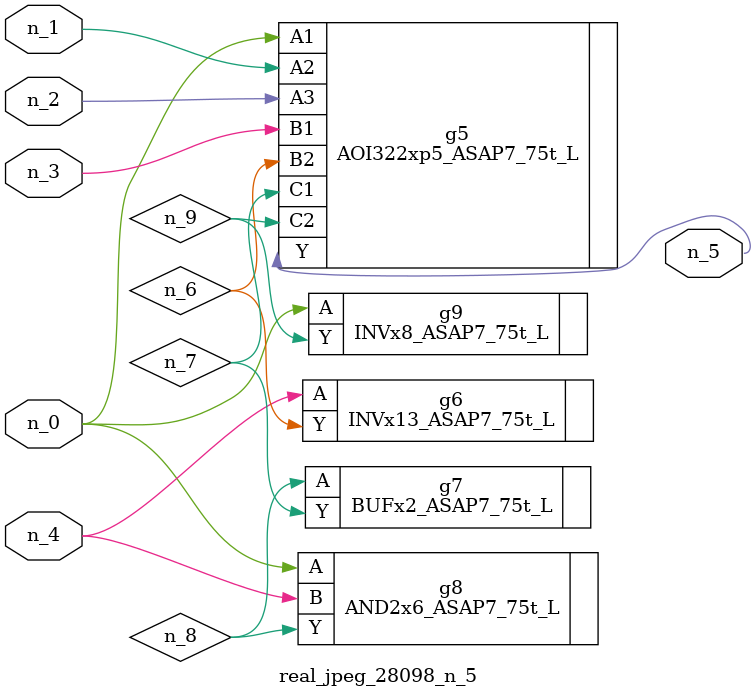
<source format=v>
module real_jpeg_28098_n_5 (n_4, n_0, n_1, n_2, n_3, n_5);

input n_4;
input n_0;
input n_1;
input n_2;
input n_3;

output n_5;

wire n_8;
wire n_6;
wire n_7;
wire n_9;

AOI322xp5_ASAP7_75t_L g5 ( 
.A1(n_0),
.A2(n_1),
.A3(n_2),
.B1(n_3),
.B2(n_6),
.C1(n_7),
.C2(n_9),
.Y(n_5)
);

AND2x6_ASAP7_75t_L g8 ( 
.A(n_0),
.B(n_4),
.Y(n_8)
);

INVx8_ASAP7_75t_L g9 ( 
.A(n_0),
.Y(n_9)
);

INVx13_ASAP7_75t_L g6 ( 
.A(n_4),
.Y(n_6)
);

BUFx2_ASAP7_75t_L g7 ( 
.A(n_8),
.Y(n_7)
);


endmodule
</source>
